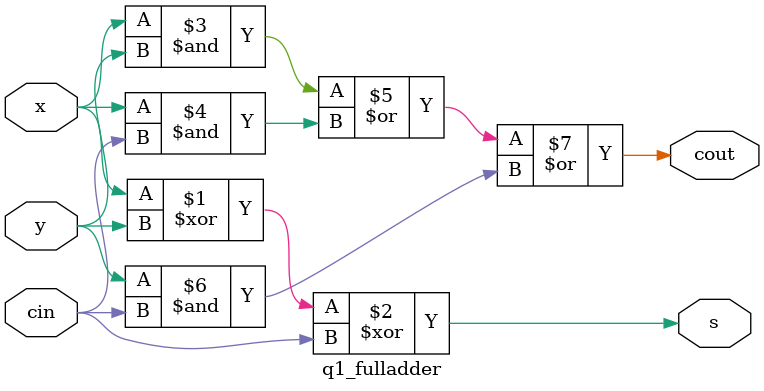
<source format=v>
module q1_fulladder(x, y, cin, s, cout);
input x, y, cin;
output s, cout;
assign s = x ^ y ^ cin; 
assign cout = x&y | x&cin | y&cin;
endmodule

</source>
